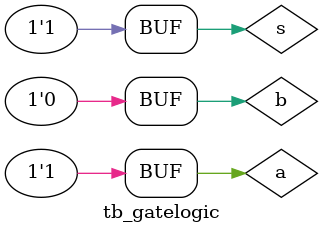
<source format=v>
`timescale 1ns/100ps //timescale ??

module tb_gatelogic(); //testbench module ??

reg a,b,s; //register value a,b,s
wire z; //wire value z

gatelogic gtlg(a,b,s,z); //?? instantiation

initial
begin 
	a=0;b=1;s=0; //a=0, b=1, s=0 ??. b? ? ??
#10	a=1;b=0; //10 delay ? a=1,b=0
#10	a=0;b=1;s=1; //10 delay ? a=0, b=1, s=1. a? ? ??
#10	a=1;b=0; //10 delay ? a=1, b=0 

end
endmodule

</source>
